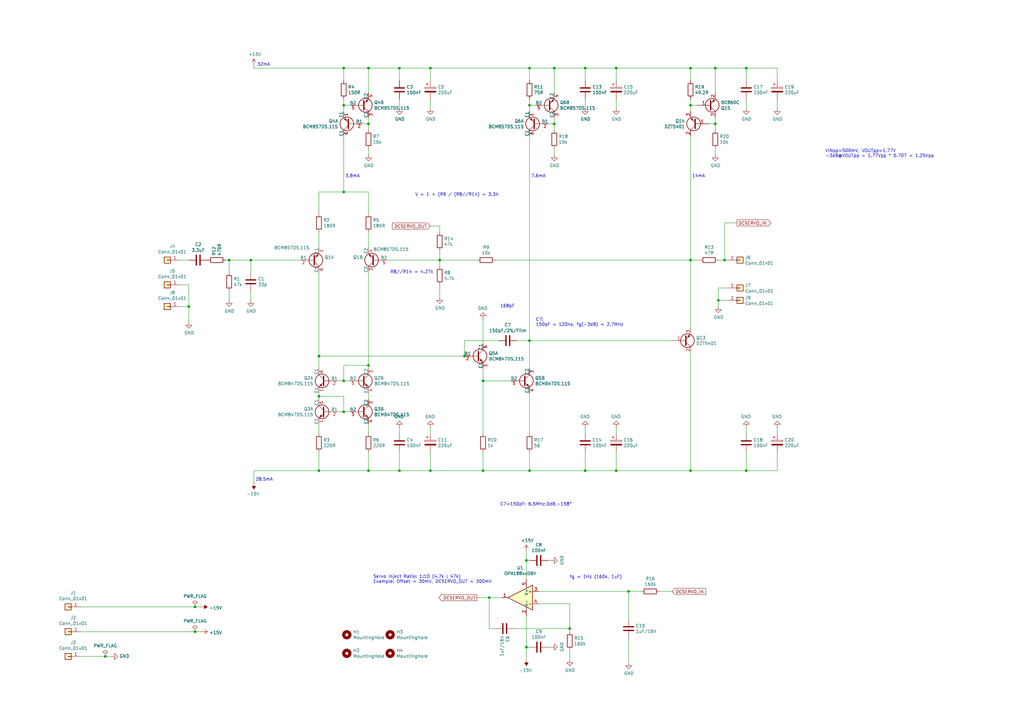
<source format=kicad_sch>
(kicad_sch (version 20211123) (generator eeschema)
  (paper "A3")
  (title_block (title "Discrete Pre-Amp") (date "2022-12-29") (rev "V8 Servo"))
  (lib_symbols
    (symbol "Amplifier_Operational:OPA188xxDBV" (pin_names (offset 0.127))
      (property "Reference" "U" (at 0 5.08 0))
      (property "Value" "OPA188xxDBV" (at 0 -5.08 0))
      (symbol "OPA188xxDBV_0_1"
        (polyline (pts (xy -5.08 5.08) (xy 5.08 0) (xy -5.08 -5.08) (xy -5.08 5.08)) (stroke (width 0.254)) (fill (type background)))
        (pin power_in line (at -2.54 -7.62 90) (length 3.81) (name "V-") (number "2"))
        (pin power_in line (at -2.54 7.62 270) (length 3.81) (name "V+") (number "5"))
      )
      (symbol "OPA188xxDBV_1_1"
        (pin output line (at 7.62 0 180) (length 2.54) (name "~") (number "1"))
        (pin input line (at -7.62 2.54 0) (length 2.54) (name "+") (number "3"))
        (pin input line (at -7.62 -2.54 0) (length 2.54) (name "-") (number "4"))
      )
    )
    (symbol "Connector_Generic:Conn_01x01" (pin_names (offset 1.016) hide)
      (property "Reference" "J" (at 0 2.54 0))
      (property "Value" "Conn_01x01" (at 0 -2.54 0))
      (symbol "Conn_01x01_1_1"
        (rectangle (start -1.27 0.127) (end 0 -0.127) (stroke (width 0.1524)))
        (rectangle (start -1.27 1.27) (end 1.27 -1.27) (stroke (width 0.254)) (fill (type background)))
        (pin passive line (at -5.08 0 0) (length 3.81) (name "Pin_1") (number "1"))
      )
    )
    (symbol "Device:C" (pin_numbers hide) (pin_names (offset 0.254))
      (property "Reference" "C" (at 0.635 2.54 0))
      (property "Value" "C" (at 0.635 -2.54 0))
      (symbol "C_0_1"
        (polyline (pts (xy -2.032 -0.762) (xy 2.032 -0.762)) (stroke (width 0.508)))
        (polyline (pts (xy -2.032 0.762) (xy 2.032 0.762)) (stroke (width 0.508)))
      )
      (symbol "C_1_1"
        (pin passive line (at 0 3.81 270) (length 2.794) (name "~") (number "1"))
        (pin passive line (at 0 -3.81 90) (length 2.794) (name "~") (number "2"))
      )
    )
    (symbol "Device:C_Polarized" (pin_numbers hide) (pin_names (offset 0.254))
      (property "Reference" "C" (at 0.635 2.54 0))
      (property "Value" "C_Polarized" (at 0.635 -2.54 0))
      (symbol "C_Polarized_0_1"
        (rectangle (start -2.286 0.508) (end 2.286 1.016))
        (polyline (pts (xy -1.778 2.286) (xy -0.762 2.286)))
        (polyline (pts (xy -1.27 2.794) (xy -1.27 1.778)))
        (rectangle (start 2.286 -0.508) (end -2.286 -1.016) (fill (type outline)))
      )
      (symbol "C_Polarized_1_1"
        (pin passive line (at 0 3.81 270) (length 2.794) (name "~") (number "1"))
        (pin passive line (at 0 -3.81 90) (length 2.794) (name "~") (number "2"))
      )
    )
    (symbol "Device:R" (pin_numbers hide) (pin_names (offset 0))
      (property "Reference" "R" (at 2.032 0 90))
      (property "Value" "R" (at 0 0 90))
      (symbol "R_0_1"
        (rectangle (start -1.016 -2.54) (end 1.016 2.54) (stroke (width 0.254)))
      )
      (symbol "R_1_1"
        (pin passive line (at 0 3.81 270) (length 1.27) (name "~") (number "1"))
        (pin passive line (at 0 -3.81 90) (length 1.27) (name "~") (number "2"))
      )
    )
    (symbol "Mechanical:MountingHole" (pin_names (offset 1.016))
      (property "Reference" "H" (at 0 5.08 0))
      (property "Value" "MountingHole" (at 0 3.175 0))
      (symbol "MountingHole_0_1"
        (circle (center 0 0) (radius 1.27) (stroke (width 1.27)))
      )
    )
    (symbol "Transistor_BJT:BC860" (pin_names (offset 0) hide)
      (property "Reference" "Q" (at 5.08 1.905 0))
      (property "Value" "BC860" (at 5.08 0 0))
      (symbol "BC860_0_1"
        (polyline (pts (xy 0.635 0.635) (xy 2.54 2.54)))
        (polyline (pts (xy 0.635 -0.635) (xy 2.54 -2.54) (xy 2.54 -2.54)))
        (polyline (pts (xy 0.635 1.905) (xy 0.635 -1.905) (xy 0.635 -1.905)) (stroke (width 0.508)))
        (polyline (pts (xy 2.286 -1.778) (xy 1.778 -2.286) (xy 1.27 -1.27) (xy 2.286 -1.778) (xy 2.286 -1.778)) (fill (type outline)))
        (circle (center 1.27 0) (radius 2.8194) (stroke (width 0.254)))
      )
      (symbol "BC860_1_1"
        (pin input line (at -5.08 0 0) (length 5.715) (name "B") (number "1"))
        (pin passive line (at 2.54 -5.08 90) (length 2.54) (name "E") (number "2"))
        (pin passive line (at 2.54 5.08 270) (length 2.54) (name "C") (number "3"))
      )
    )
    (symbol "kicad-snk:BCM847DS,115" (pin_names (offset 0))
      (property "Reference" "Q" (at 5.08 1.27 0))
      (property "Value" "BCM847DS,115" (at 5.08 -1.27 0))
      (symbol "BCM847DS,115_0_1"
        (polyline (pts (xy 0.635 0) (xy -2.54 0)))
        (polyline (pts (xy 0.635 0.635) (xy 2.54 2.54)))
        (polyline (pts (xy 0.635 -0.635) (xy 2.54 -2.54) (xy 2.54 -2.54)))
        (polyline (pts (xy 0.635 1.905) (xy 0.635 -1.905) (xy 0.635 -1.905)) (stroke (width 0.508)))
        (polyline (pts (xy 1.27 -1.778) (xy 1.778 -1.27) (xy 2.286 -2.286) (xy 1.27 -1.778) (xy 1.27 -1.778)) (fill (type outline)))
        (circle (center 1.27 0) (radius 2.8194) (stroke (width 0.254)))
      )
      (symbol "BCM847DS,115_1_1"
        (pin passive line (at 2.54 -5.08 90) (length 2.54) (name "E1") (number "1"))
        (pin input line (at -5.08 0 0) (length 2.54) (name "B1") (number "2"))
        (pin passive line (at 2.54 5.08 270) (length 2.54) (name "C1") (number "6"))
      )
      (symbol "BCM847DS,115_2_1"
        (pin passive line (at 2.54 5.08 270) (length 2.54) (name "C2") (number "3"))
        (pin passive line (at 2.54 -5.08 90) (length 2.54) (name "E2") (number "4"))
        (pin input line (at -5.08 0 0) (length 2.54) (name "B2") (number "5"))
      )
    )
    (symbol "kicad-snk:BCM857DS,115" (pin_names (offset 0))
      (property "Reference" "Q" (at 5.08 1.27 0))
      (property "Value" "BCM857DS,115" (at 5.08 -1.27 0))
      (symbol "BCM857DS,115_0_1"
        (polyline (pts (xy 0.635 0) (xy -2.54 0)))
        (polyline (pts (xy 0.635 0.635) (xy 2.54 2.54)))
        (polyline (pts (xy 0.635 -0.635) (xy 2.54 -2.54) (xy 2.54 -2.54)))
        (polyline (pts (xy 0.635 1.905) (xy 0.635 -1.905) (xy 0.635 -1.905)) (stroke (width 0.508)))
        (polyline (pts (xy 2.286 -1.778) (xy 1.778 -2.286) (xy 1.27 -1.27) (xy 2.286 -1.778) (xy 2.286 -1.778)) (fill (type outline)))
        (circle (center 1.27 0) (radius 2.8194) (stroke (width 0.254)))
      )
      (symbol "BCM857DS,115_1_1"
        (pin passive line (at 2.54 -5.08 90) (length 2.54) (name "E1") (number "1"))
        (pin input line (at -5.08 0 0) (length 2.54) (name "B1") (number "2"))
        (pin passive line (at 2.54 5.08 270) (length 2.54) (name "C1") (number "6"))
      )
      (symbol "BCM857DS,115_2_1"
        (pin passive line (at 2.54 5.08 270) (length 2.54) (name "C2") (number "3"))
        (pin passive line (at 2.54 -5.08 90) (length 2.54) (name "E2") (number "4"))
        (pin input line (at -5.08 0 0) (length 2.54) (name "B2") (number "5"))
      )
    )
    (symbol "kicad-snk:DZT5401" (pin_names (offset 0) hide)
      (property "Reference" "Q" (at 5.08 1.905 0))
      (property "Value" "kicad-snk_DZT5401" (at 5.08 0 0))
      (symbol "DZT5401_0_1"
        (polyline (pts (xy 0.635 0.635) (xy 2.54 2.54)))
        (polyline (pts (xy 0.635 -0.635) (xy 2.54 -2.54) (xy 2.54 -2.54)))
        (polyline (pts (xy 0.635 1.905) (xy 0.635 -1.905) (xy 0.635 -1.905)) (stroke (width 0.508)))
        (polyline (pts (xy 2.286 -1.778) (xy 1.778 -2.286) (xy 1.27 -1.27) (xy 2.286 -1.778) (xy 2.286 -1.778)) (fill (type outline)))
        (circle (center 1.27 0) (radius 2.8194) (stroke (width 0.254)))
      )
      (symbol "DZT5401_1_1"
        (pin input line (at -5.08 0 0) (length 5.715) (name "B") (number "1"))
        (pin passive line (at 2.54 5.08 270) (length 2.54) (name "C") (number "2"))
        (pin passive line (at 2.54 -5.08 90) (length 2.54) (name "E") (number "3"))
      )
    )
    (symbol "power:+15V" (power) (pin_names (offset 0))
      (property "Value" "+15V" (at 0 3.556 0))
      (symbol "+15V_0_1"
        (polyline (pts (xy -0.762 1.27) (xy 0 2.54)))
        (polyline (pts (xy 0 0) (xy 0 2.54)))
        (polyline (pts (xy 0 2.54) (xy 0.762 1.27)))
      )
      (symbol "+15V_1_1"
        (pin power_in line (at 0 0 90) (length 0) hide (name "+15V") (number "1"))
      )
    )
    (symbol "power:-15V" (power) (pin_names (offset 0))
      (property "Value" "-15V" (at 0 3.81 0))
      (symbol "-15V_0_0"
        (pin power_in line (at 0 0 90) (length 0) hide (name "-15V") (number "1"))
      )
      (symbol "-15V_0_1"
        (polyline (pts (xy 0 0) (xy 0 1.27) (xy 0.762 1.27) (xy 0 2.54) (xy -0.762 1.27) (xy 0 1.27)) (fill (type outline)))
      )
    )
    (symbol "power:GND" (power) (pin_names (offset 0))
      (property "Value" "GND" (at 0 -3.81 0))
      (symbol "GND_0_1"
        (polyline (pts (xy 0 0) (xy 0 -1.27) (xy 1.27 -1.27) (xy 0 -2.54) (xy -1.27 -1.27) (xy 0 -1.27)))
      )
      (symbol "GND_1_1"
        (pin power_in line (at 0 0 270) (length 0) hide (name "GND") (number "1"))
      )
    )
    (symbol "power:PWR_FLAG" (power) (pin_numbers hide) (pin_names (offset 0) hide)
      (property "Value" "PWR_FLAG" (at 0 3.81 0))
      (symbol "PWR_FLAG_0_0"
        (pin power_out line (at 0 0 90) (length 0) (name "pwr") (number "1"))
      )
      (symbol "PWR_FLAG_0_1"
        (polyline (pts (xy 0 0) (xy 0 1.27) (xy -1.016 1.905) (xy 0 2.54) (xy 1.016 1.905) (xy 0 1.27)))
      )
    )
  )
  (junction (at 140.97 43.18))
  (junction (at 163.83 193.04))
  (junction (at 140.97 168.91))
  (junction (at 80.01 248.92))
  (junction (at 140.97 156.21))
  (junction (at 227.33 27.94))
  (junction (at 151.13 149.86))
  (junction (at 80.01 259.08))
  (junction (at 294.64 123.19))
  (junction (at 227.33 50.8))
  (junction (at 293.37 50.8))
  (junction (at 102.87 106.68))
  (junction (at 130.81 162.56))
  (junction (at 93.98 106.68))
  (junction (at 198.12 156.21))
  (junction (at 297.18 106.68))
  (junction (at 140.97 27.94))
  (junction (at 176.53 27.94))
  (junction (at 283.21 106.68))
  (junction (at 217.17 193.04))
  (junction (at 198.12 193.04))
  (junction (at 240.03 193.04))
  (junction (at 293.37 27.94))
  (junction (at 151.13 193.04))
  (junction (at 217.17 139.7))
  (junction (at 163.83 27.94))
  (junction (at 252.73 193.04))
  (junction (at 240.03 27.94))
  (junction (at 215.9 265.43))
  (junction (at 130.81 193.04))
  (junction (at 215.9 229.87))
  (junction (at 77.47 125.73))
  (junction (at 233.68 257.81))
  (junction (at 151.13 27.94))
  (junction (at 283.21 27.94))
  (junction (at 190.5 146.05))
  (junction (at 140.97 78.74))
  (junction (at 130.81 146.05))
  (junction (at 43.18 269.24))
  (junction (at 151.13 50.8))
  (junction (at 257.81 242.57))
  (junction (at 217.17 27.94))
  (junction (at 200.66 245.11))
  (junction (at 306.07 193.04))
  (junction (at 176.53 193.04))
  (junction (at 217.17 43.18))
  (junction (at 252.73 27.94))
  (junction (at 306.07 27.94))
  (junction (at 283.21 193.04))
  (junction (at 283.21 43.18))
  (junction (at 180.34 106.68))
  (wire (pts (xy 298.45 106.68) (xy 297.18 106.68)))
  (wire (pts (xy 33.02 259.08) (xy 80.01 259.08)))
  (wire (pts (xy 190.5 139.7) (xy 204.47 139.7)))
  (wire (pts (xy 77.47 116.84) (xy 77.47 125.73)))
  (wire (pts (xy 302.26 91.44) (xy 297.18 91.44)))
  (wire (pts (xy 212.09 139.7) (xy 217.17 139.7)))
  (wire (pts (xy 233.68 266.7) (xy 233.68 270.51)))
  (wire (pts (xy 252.73 177.8) (xy 252.73 175.26)))
  (wire (pts (xy 180.34 106.68) (xy 195.58 106.68)))
  (wire (pts (xy 203.2 257.81) (xy 200.66 257.81)))
  (wire (pts (xy 217.17 185.42) (xy 217.17 193.04)))
  (wire (pts (xy 163.83 27.94) (xy 176.53 27.94)))
  (wire (pts (xy 176.53 40.64) (xy 176.53 44.45)))
  (wire (pts (xy 130.81 193.04) (xy 130.81 185.42)))
  (wire (pts (xy 130.81 146.05) (xy 130.81 151.13)))
  (wire (pts (xy 283.21 55.88) (xy 283.21 106.68)))
  (wire (pts (xy 298.45 118.11) (xy 294.64 118.11)))
  (wire (pts (xy 227.33 60.96) (xy 227.33 63.5)))
  (wire (pts (xy 198.12 151.13) (xy 198.12 156.21)))
  (wire (pts (xy 104.14 27.94) (xy 140.97 27.94)))
  (wire (pts (xy 240.03 193.04) (xy 240.03 185.42)))
  (wire (pts (xy 227.33 27.94) (xy 240.03 27.94)))
  (wire (pts (xy 73.66 125.73) (xy 77.47 125.73)))
  (wire (pts (xy 217.17 229.87) (xy 215.9 229.87)))
  (wire (pts (xy 233.68 259.08) (xy 233.68 257.81)))
  (wire (pts (xy 195.58 245.11) (xy 200.66 245.11)))
  (wire (pts (xy 217.17 27.94) (xy 217.17 33.02)))
  (wire (pts (xy 217.17 43.18) (xy 219.71 43.18)))
  (wire (pts (xy 252.73 33.02) (xy 252.73 27.94)))
  (wire (pts (xy 151.13 193.04) (xy 130.81 193.04)))
  (wire (pts (xy 140.97 78.74) (xy 130.81 78.74)))
  (wire (pts (xy 217.17 27.94) (xy 227.33 27.94)))
  (wire (pts (xy 293.37 27.94) (xy 293.37 38.1)))
  (wire (pts (xy 138.43 168.91) (xy 140.97 168.91)))
  (wire (pts (xy 198.12 193.04) (xy 217.17 193.04)))
  (wire (pts (xy 151.13 78.74) (xy 140.97 78.74)))
  (wire (pts (xy 270.51 242.57) (xy 275.59 242.57)))
  (wire (pts (xy 240.03 27.94) (xy 252.73 27.94)))
  (wire (pts (xy 130.81 177.8) (xy 130.81 173.99)))
  (wire (pts (xy 220.98 242.57) (xy 257.81 242.57)))
  (wire (pts (xy 293.37 27.94) (xy 306.07 27.94)))
  (wire (pts (xy 140.97 27.94) (xy 151.13 27.94)))
  (wire (pts (xy 138.43 156.21) (xy 140.97 156.21)))
  (wire (pts (xy 151.13 27.94) (xy 151.13 38.1)))
  (wire (pts (xy 210.82 257.81) (xy 233.68 257.81)))
  (wire (pts (xy 240.03 177.8) (xy 240.03 175.26)))
  (wire (pts (xy 140.97 156.21) (xy 143.51 156.21)))
  (wire (pts (xy 104.14 198.12) (xy 104.14 193.04)))
  (wire (pts (xy 102.87 111.76) (xy 102.87 106.68)))
  (wire (pts (xy 293.37 60.96) (xy 293.37 63.5)))
  (wire (pts (xy 140.97 43.18) (xy 140.97 45.72)))
  (wire (pts (xy 73.66 106.68) (xy 77.47 106.68)))
  (wire (pts (xy 151.13 87.63) (xy 151.13 78.74)))
  (wire (pts (xy 290.83 50.8) (xy 293.37 50.8)))
  (wire (pts (xy 283.21 27.94) (xy 283.21 33.02)))
  (wire (pts (xy 158.75 106.68) (xy 180.34 106.68)))
  (wire (pts (xy 77.47 116.84) (xy 73.66 116.84)))
  (wire (pts (xy 140.97 43.18) (xy 143.51 43.18)))
  (wire (pts (xy 151.13 161.29) (xy 151.13 163.83)))
  (wire (pts (xy 163.83 193.04) (xy 176.53 193.04)))
  (wire (pts (xy 227.33 48.26) (xy 227.33 50.8)))
  (wire (pts (xy 306.07 177.8) (xy 306.07 175.26)))
  (wire (pts (xy 217.17 193.04) (xy 240.03 193.04)))
  (wire (pts (xy 130.81 162.56) (xy 140.97 162.56)))
  (wire (pts (xy 306.07 193.04) (xy 306.07 185.42)))
  (wire (pts (xy 209.55 156.21) (xy 198.12 156.21)))
  (wire (pts (xy 151.13 27.94) (xy 163.83 27.94)))
  (wire (pts (xy 217.17 151.13) (xy 217.17 139.7)))
  (wire (pts (xy 198.12 140.97) (xy 198.12 130.81)))
  (wire (pts (xy 176.53 193.04) (xy 176.53 185.42)))
  (wire (pts (xy 283.21 106.68) (xy 283.21 134.62)))
  (wire (pts (xy 215.9 265.43) (xy 215.9 270.51)))
  (wire (pts (xy 93.98 123.19) (xy 93.98 119.38)))
  (wire (pts (xy 151.13 149.86) (xy 151.13 151.13)))
  (wire (pts (xy 318.77 177.8) (xy 318.77 175.26)))
  (wire (pts (xy 318.77 40.64) (xy 318.77 44.45)))
  (wire (pts (xy 200.66 257.81) (xy 200.66 245.11)))
  (wire (pts (xy 151.13 193.04) (xy 163.83 193.04)))
  (wire (pts (xy 297.18 91.44) (xy 297.18 106.68)))
  (wire (pts (xy 227.33 50.8) (xy 227.33 53.34)))
  (wire (pts (xy 180.34 109.22) (xy 180.34 106.68)))
  (wire (pts (xy 163.83 33.02) (xy 163.83 27.94)))
  (wire (pts (xy 93.98 106.68) (xy 102.87 106.68)))
  (wire (pts (xy 130.81 78.74) (xy 130.81 87.63)))
  (wire (pts (xy 224.79 50.8) (xy 227.33 50.8)))
  (wire (pts (xy 283.21 193.04) (xy 306.07 193.04)))
  (wire (pts (xy 217.17 139.7) (xy 275.59 139.7)))
  (wire (pts (xy 318.77 27.94) (xy 306.07 27.94)))
  (wire (pts (xy 215.9 252.73) (xy 215.9 265.43)))
  (wire (pts (xy 252.73 193.04) (xy 240.03 193.04)))
  (wire (pts (xy 163.83 177.8) (xy 163.83 175.26)))
  (wire (pts (xy 140.97 40.64) (xy 140.97 43.18)))
  (wire (pts (xy 226.06 265.43) (xy 224.79 265.43)))
  (wire (pts (xy 226.06 229.87) (xy 224.79 229.87)))
  (wire (pts (xy 102.87 106.68) (xy 123.19 106.68)))
  (wire (pts (xy 240.03 33.02) (xy 240.03 27.94)))
  (wire (pts (xy 151.13 111.76) (xy 151.13 149.86)))
  (wire (pts (xy 217.17 43.18) (xy 217.17 45.72)))
  (wire (pts (xy 180.34 95.25) (xy 180.34 92.71)))
  (wire (pts (xy 217.17 161.29) (xy 217.17 177.8)))
  (wire (pts (xy 306.07 33.02) (xy 306.07 27.94)))
  (wire (pts (xy 252.73 40.64) (xy 252.73 44.45)))
  (wire (pts (xy 287.02 106.68) (xy 283.21 106.68)))
  (wire (pts (xy 293.37 48.26) (xy 293.37 50.8)))
  (wire (pts (xy 198.12 156.21) (xy 198.12 177.8)))
  (wire (pts (xy 180.34 116.84) (xy 180.34 121.92)))
  (wire (pts (xy 318.77 33.02) (xy 318.77 27.94)))
  (wire (pts (xy 176.53 27.94) (xy 217.17 27.94)))
  (wire (pts (xy 198.12 185.42) (xy 198.12 193.04)))
  (wire (pts (xy 293.37 50.8) (xy 293.37 53.34)))
  (wire (pts (xy 140.97 162.56) (xy 140.97 168.91)))
  (wire (pts (xy 252.73 193.04) (xy 252.73 185.42)))
  (wire (pts (xy 298.45 123.19) (xy 294.64 123.19)))
  (wire (pts (xy 180.34 102.87) (xy 180.34 106.68)))
  (wire (pts (xy 140.97 27.94) (xy 140.97 33.02)))
  (wire (pts (xy 283.21 40.64) (xy 283.21 43.18)))
  (wire (pts (xy 163.83 193.04) (xy 163.83 185.42)))
  (wire (pts (xy 180.34 92.71) (xy 176.53 92.71)))
  (wire (pts (xy 43.18 269.24) (xy 45.72 269.24)))
  (wire (pts (xy 283.21 144.78) (xy 283.21 193.04)))
  (wire (pts (xy 151.13 101.6) (xy 151.13 95.25)))
  (wire (pts (xy 102.87 123.19) (xy 102.87 119.38)))
  (wire (pts (xy 77.47 125.73) (xy 77.47 132.08)))
  (wire (pts (xy 130.81 101.6) (xy 130.81 95.25)))
  (wire (pts (xy 151.13 185.42) (xy 151.13 193.04)))
  (wire (pts (xy 318.77 193.04) (xy 306.07 193.04)))
  (wire (pts (xy 176.53 177.8) (xy 176.53 175.26)))
  (wire (pts (xy 233.68 257.81) (xy 233.68 247.65)))
  (wire (pts (xy 318.77 193.04) (xy 318.77 185.42)))
  (wire (pts (xy 104.14 27.94) (xy 104.14 26.67)))
  (wire (pts (xy 130.81 111.76) (xy 130.81 146.05)))
  (wire (pts (xy 151.13 50.8) (xy 151.13 53.34)))
  (wire (pts (xy 130.81 162.56) (xy 130.81 163.83)))
  (wire (pts (xy 217.17 55.88) (xy 217.17 139.7)))
  (wire (pts (xy 80.01 259.08) (xy 82.55 259.08)))
  (wire (pts (xy 252.73 27.94) (xy 283.21 27.94)))
  (wire (pts (xy 257.81 254) (xy 257.81 242.57)))
  (wire (pts (xy 306.07 44.45) (xy 306.07 40.64)))
  (wire (pts (xy 215.9 226.06) (xy 215.9 229.87)))
  (wire (pts (xy 93.98 111.76) (xy 93.98 106.68)))
  (wire (pts (xy 130.81 146.05) (xy 190.5 146.05)))
  (wire (pts (xy 33.02 269.24) (xy 43.18 269.24)))
  (wire (pts (xy 130.81 161.29) (xy 130.81 162.56)))
  (wire (pts (xy 233.68 247.65) (xy 220.98 247.65)))
  (wire (pts (xy 283.21 27.94) (xy 293.37 27.94)))
  (wire (pts (xy 163.83 44.45) (xy 163.83 40.64)))
  (wire (pts (xy 217.17 265.43) (xy 215.9 265.43)))
  (wire (pts (xy 203.2 106.68) (xy 283.21 106.68)))
  (wire (pts (xy 190.5 139.7) (xy 190.5 146.05)))
  (wire (pts (xy 257.81 242.57) (xy 262.89 242.57)))
  (wire (pts (xy 294.64 118.11) (xy 294.64 123.19)))
  (wire (pts (xy 151.13 48.26) (xy 151.13 50.8)))
  (wire (pts (xy 140.97 55.88) (xy 140.97 78.74)))
  (wire (pts (xy 252.73 193.04) (xy 283.21 193.04)))
  (wire (pts (xy 217.17 40.64) (xy 217.17 43.18)))
  (wire (pts (xy 140.97 156.21) (xy 140.97 149.86)))
  (wire (pts (xy 151.13 177.8) (xy 151.13 173.99)))
  (wire (pts (xy 227.33 27.94) (xy 227.33 38.1)))
  (wire (pts (xy 215.9 229.87) (xy 215.9 237.49)))
  (wire (pts (xy 33.02 248.92) (xy 80.01 248.92)))
  (wire (pts (xy 140.97 149.86) (xy 151.13 149.86)))
  (wire (pts (xy 176.53 193.04) (xy 198.12 193.04)))
  (wire (pts (xy 283.21 43.18) (xy 283.21 45.72)))
  (wire (pts (xy 240.03 44.45) (xy 240.03 40.64)))
  (wire (pts (xy 140.97 168.91) (xy 143.51 168.91)))
  (wire (pts (xy 297.18 106.68) (xy 294.64 106.68)))
  (wire (pts (xy 294.64 123.19) (xy 294.64 125.73)))
  (wire (pts (xy 200.66 245.11) (xy 205.74 245.11)))
  (wire (pts (xy 283.21 43.18) (xy 285.75 43.18)))
  (wire (pts (xy 80.01 248.92) (xy 82.55 248.92)))
  (wire (pts (xy 92.71 106.68) (xy 93.98 106.68)))
  (wire (pts (xy 176.53 33.02) (xy 176.53 27.94)))
  (wire (pts (xy 104.14 193.04) (xy 130.81 193.04)))
  (wire (pts (xy 257.81 271.78) (xy 257.81 261.62)))
  (wire (pts (xy 151.13 60.96) (xy 151.13 63.5)))
  (wire (pts (xy 148.59 50.8) (xy 151.13 50.8)))
  (text "V = 1 + (R9 / (R8//R14) = 3.34" (at 170.18 80.645 0) (effects (font (size 1.27 1.27)) (justify left bottom)))
  (text "C7:\n150pF = 120ns, fg(-3dB) = 2.7MHz\n" (at 219.71 133.985 0) (effects (font (size 1.27 1.27)) (justify left bottom)))
  (text "168pF" (at 205.105 126.365 0) (effects (font (size 1.27 1.27)) (justify left bottom)))
  (text "32mA" (at 105.41 27.305 0) (effects (font (size 1.27 1.27)) (justify left bottom)))
  (text "R8//R14 = 4.27k" (at 160.02 112.395 0) (effects (font (size 1.27 1.27)) (justify left bottom)))
  (text "3.8mA" (at 141.605 73.025 0) (effects (font (size 1.27 1.27)) (justify left bottom)))
  (text "Servo Inject Ratio: 1:10 (4.7k : 47k)\nExample: Offset = 30mV, DCSERVO_OUT = 300mV" (at 153.035 239.395 0) (effects (font (size 1.27 1.27)) (justify left bottom)))
  (text "14mA" (at 283.845 73.025 0) (effects (font (size 1.27 1.27)) (justify left bottom)))
  (text "28.5mA" (at 104.775 197.485 0) (effects (font (size 1.27 1.27)) (justify left bottom)))
  (text "fg = 1Hz (160k, 1uF)" (at 233.68 237.49 0) (effects (font (size 1.27 1.27)) (justify left bottom)))
  (text "VINpp=500mV, VOUTpp=1.77V\n-3dB@VOUTpp = 1.77Vpp * 0.707 = 1.25Vpp" (at 338.455 64.77 0) (effects (font (size 1.27 1.27)) (justify left bottom)))
  (text "C7=150pF: 6.5MHz,0dB,-158°" (at 205.105 207.645 0) (effects (font (size 1.27 1.27)) (justify left bottom)))
  (text "7.6mA" (at 217.805 73.025 0) (effects (font (size 1.27 1.27)) (justify left bottom)))
  (global_label "DCSERVO_IN" (shape output) (at 302.26 91.44 0) (property "Intersheet References" "${INTERSHEET_REFS}" (effects hide)))
  (global_label "DCSERVO_IN" (shape input) (at 275.59 242.57 0) (property "Intersheet References" "${INTERSHEET_REFS}" (effects hide)))
  (global_label "DCSERVO_OUT" (shape output) (at 195.58 245.11 180) (property "Intersheet References" "${INTERSHEET_REFS}" (effects hide)))
  (global_label "DCSERVO_OUT" (shape input) (at 176.53 92.71 180) (property "Intersheet References" "${INTERSHEET_REFS}" (effects hide)))
  (symbol (lib_id "Device:R") (at 151.13 181.61 0) (unit 1)
    (property "Reference" "R6" (at 152.908 180.4416 0) (effects (justify left)))
    (property "Value" "220R" (at 152.908 182.753 0) (effects (justify left)))
    (property "Footprint" "Resistor_SMD:R_0805_2012Metric_Pad1.20x1.40mm_HandSolder" (effects hide))
  )
  (symbol (lib_id "Device:C") (at 81.28 106.68 270) (unit 1)
    (property "Reference" "C2" (at 81.28 100.2792 90))
    (property "Value" "3.3uF" (at 81.28 102.5906 90))
    (property "Footprint" "Capacitor_THT:C_Rect_L7.2mm_W7.2mm_P5.00mm_FKS2_FKP2_MKS2_MKP2" (effects hide))
  )
  (symbol (lib_id "power:GND") (at 93.98 123.19 0) (unit 1)
    (property "Reference" "#PWR09" (effects hide))
    (property "Value" "GND" (at 94.107 127.5842 0))
  )
  (symbol (lib_id "Device:R") (at 130.81 181.61 0) (unit 1)
    (property "Reference" "R3" (at 132.588 180.4416 0) (effects (justify left)))
    (property "Value" "220R" (at 132.588 182.753 0) (effects (justify left)))
    (property "Footprint" "Resistor_SMD:R_0805_2012Metric_Pad1.20x1.40mm_HandSolder" (effects hide))
  )
  (symbol (lib_id "Device:R") (at 93.98 115.57 0) (unit 1)
    (property "Reference" "R1" (at 95.758 114.4016 0) (effects (justify left)))
    (property "Value" "47k" (at 95.758 116.713 0) (effects (justify left)))
    (property "Footprint" "Resistor_SMD:R_0805_2012Metric_Pad1.20x1.40mm_HandSolder" (effects hide))
  )
  (symbol (lib_id "Device:R") (at 180.34 113.03 0) (unit 1)
    (property "Reference" "R8" (at 182.118 111.8616 0) (effects (justify left)))
    (property "Value" "4.7k" (at 182.118 114.173 0) (effects (justify left)))
    (property "Footprint" "Resistor_SMD:R_0805_2012Metric_Pad1.20x1.40mm_HandSolder" (effects hide))
  )
  (symbol (lib_id "Device:R") (at 199.39 106.68 270) (unit 1)
    (property "Reference" "R9" (at 199.39 101.4222 90))
    (property "Value" "10k" (at 199.39 103.7336 90))
    (property "Footprint" "Resistor_SMD:R_0805_2012Metric_Pad1.20x1.40mm_HandSolder" (effects hide))
  )
  (symbol (lib_id "Device:R") (at 130.81 91.44 0) (unit 1)
    (property "Reference" "R2" (at 132.588 90.2716 0) (effects (justify left)))
    (property "Value" "180R" (at 132.588 92.583 0) (effects (justify left)))
    (property "Footprint" "Resistor_SMD:R_0805_2012Metric_Pad1.20x1.40mm_HandSolder" (effects hide))
  )
  (symbol (lib_id "Device:R") (at 151.13 91.44 0) (unit 1)
    (property "Reference" "R5" (at 152.908 90.2716 0) (effects (justify left)))
    (property "Value" "180R" (at 152.908 92.583 0) (effects (justify left)))
    (property "Footprint" "Resistor_SMD:R_0805_2012Metric_Pad1.20x1.40mm_HandSolder" (effects hide))
  )
  (symbol (lib_id "Device:R") (at 217.17 36.83 0) (unit 1)
    (property "Reference" "R11" (at 218.948 35.6616 0) (effects (justify left)))
    (property "Value" "75R" (at 218.948 37.973 0) (effects (justify left)))
    (property "Footprint" "Resistor_SMD:R_0805_2012Metric_Pad1.20x1.40mm_HandSolder" (effects hide))
  )
  (symbol (lib_id "Device:R") (at 198.12 181.61 0) (unit 1)
    (property "Reference" "R10" (at 199.898 180.4416 0) (effects (justify left)))
    (property "Value" "1k" (at 199.898 182.753 0) (effects (justify left)))
    (property "Footprint" "Resistor_SMD:R_0805_2012Metric_Pad1.20x1.40mm_HandSolder" (effects hide))
  )
  (symbol (lib_id "power:GND") (at 180.34 121.92 0) (unit 1)
    (property "Reference" "#PWR013" (effects hide))
    (property "Value" "GND" (at 180.467 126.3142 0))
  )
  (symbol (lib_id "Device:C") (at 208.28 139.7 270) (unit 1)
    (property "Reference" "C7" (at 208.28 133.2992 90))
    (property "Value" "150pF/2%/Film" (at 208.28 135.6106 90))
    (property "Footprint" "Capacitor_SMD:C_0805_2012Metric_Pad1.18x1.45mm_HandSolder" (effects hide))
  )
  (symbol (lib_id "power:GND") (at 198.12 130.81 180) (unit 1)
    (property "Reference" "#PWR014" (effects hide))
    (property "Value" "GND" (at 197.993 126.4158 0))
  )
  (symbol (lib_id "power:GND") (at 77.47 132.08 0) (unit 1)
    (property "Reference" "#PWR04" (effects hide))
    (property "Value" "GND" (at 77.597 136.4742 0))
  )
  (symbol (lib_id "Mechanical:MountingHole") (at 142.24 260.35 0) (unit 1)
    (property "Reference" "H1" (at 144.78 259.1816 0) (effects (justify left)))
    (property "Value" "MountingHole" (at 144.78 261.493 0) (effects (justify left)))
    (property "Footprint" "MountingHole:MountingHole_3.2mm_M3" (effects hide))
  )
  (symbol (lib_id "Mechanical:MountingHole") (at 160.02 260.35 0) (unit 1)
    (property "Reference" "H3" (at 162.56 259.1816 0) (effects (justify left)))
    (property "Value" "MountingHole" (at 162.56 261.493 0) (effects (justify left)))
    (property "Footprint" "MountingHole:MountingHole_3.2mm_M3" (effects hide))
  )
  (symbol (lib_id "Mechanical:MountingHole") (at 142.24 267.97 0) (unit 1)
    (property "Reference" "H2" (at 144.78 266.8016 0) (effects (justify left)))
    (property "Value" "MountingHole" (at 144.78 269.113 0) (effects (justify left)))
    (property "Footprint" "MountingHole:MountingHole_3.2mm_M3" (effects hide))
  )
  (symbol (lib_id "Mechanical:MountingHole") (at 160.02 267.97 0) (unit 1)
    (property "Reference" "H4" (at 162.56 266.8016 0) (effects (justify left)))
    (property "Value" "MountingHole" (at 162.56 269.113 0) (effects (justify left)))
    (property "Footprint" "MountingHole:MountingHole_3.2mm_M3" (effects hide))
  )
  (symbol (lib_id "Connector_Generic:Conn_01x01") (at 68.58 106.68 180) (unit 1)
    (property "Reference" "J4" (at 70.6628 100.965 0))
    (property "Value" "Conn_01x01" (at 70.6628 103.2764 0))
    (property "Footprint" "Connector_Pin:Pin_D1.0mm_L10.0mm" (effects hide))
  )
  (symbol (lib_id "Connector_Generic:Conn_01x01") (at 68.58 116.84 180) (unit 1)
    (property "Reference" "J5" (at 70.6628 111.125 0))
    (property "Value" "Conn_01x01" (at 70.6628 113.4364 0))
    (property "Footprint" "Connector_Pin:Pin_D1.0mm_L10.0mm" (effects hide))
  )
  (symbol (lib_id "power:+15V") (at 104.14 26.67 0) (unit 1)
    (property "Reference" "#PWR05" (effects hide))
    (property "Value" "+15V" (at 104.521 22.2758 0))
  )
  (symbol (lib_id "power:-15V") (at 104.14 198.12 180) (unit 1)
    (property "Reference" "#PWR08" (effects hide))
    (property "Value" "-15V" (at 103.759 202.5142 0))
  )
  (symbol (lib_id "Connector_Generic:Conn_01x01") (at 303.53 106.68 0) (unit 1)
    (property "Reference" "J6" (at 305.562 105.6132 0) (effects (justify left)))
    (property "Value" "Conn_01x01" (at 305.562 107.9246 0) (effects (justify left)))
    (property "Footprint" "Connector_Pin:Pin_D1.0mm_L10.0mm" (effects hide))
  )
  (symbol (lib_id "Connector_Generic:Conn_01x01") (at 303.53 118.11 0) (unit 1)
    (property "Reference" "J7" (at 305.562 117.0432 0) (effects (justify left)))
    (property "Value" "Conn_01x01" (at 305.562 119.3546 0) (effects (justify left)))
    (property "Footprint" "Connector_Pin:Pin_D1.0mm_L10.0mm" (effects hide))
  )
  (symbol (lib_id "Device:R") (at 290.83 106.68 270) (unit 1)
    (property "Reference" "R13" (at 290.83 101.4222 90))
    (property "Value" "47R" (at 290.83 103.7336 90))
    (property "Footprint" "Resistor_SMD:R_0805_2012Metric_Pad1.20x1.40mm_HandSolder" (effects hide))
  )
  (symbol (lib_id "power:GND") (at 294.64 125.73 0) (unit 1)
    (property "Reference" "#PWR015" (effects hide))
    (property "Value" "GND" (at 294.767 130.1242 0))
  )
  (symbol (lib_id "Connector_Generic:Conn_01x01") (at 27.94 259.08 180) (unit 1)
    (property "Reference" "J2" (at 30.0228 253.365 0))
    (property "Value" "Conn_01x01" (at 30.0228 255.6764 0))
    (property "Footprint" "Connector_Pin:Pin_D1.0mm_L10.0mm" (effects hide))
  )
  (symbol (lib_id "Connector_Generic:Conn_01x01") (at 27.94 269.24 180) (unit 1)
    (property "Reference" "J3" (at 30.0228 263.525 0))
    (property "Value" "Conn_01x01" (at 30.0228 265.8364 0))
    (property "Footprint" "Connector_Pin:Pin_D1.0mm_L10.0mm" (effects hide))
  )
  (symbol (lib_id "Connector_Generic:Conn_01x01") (at 27.94 248.92 180) (unit 1)
    (property "Reference" "J1" (at 30.0228 243.205 0))
    (property "Value" "Conn_01x01" (at 30.0228 245.5164 0))
    (property "Footprint" "Connector_Pin:Pin_D1.0mm_L10.0mm" (effects hide))
  )
  (symbol (lib_id "power:GND") (at 45.72 269.24 90) (unit 1)
    (property "Reference" "#PWR0101" (effects hide))
    (property "Value" "GND" (at 48.9712 269.113 90) (effects (justify right)))
  )
  (symbol (lib_id "power:+15V") (at 82.55 259.08 270) (unit 1)
    (property "Reference" "#PWR0102" (effects hide))
    (property "Value" "+15V" (at 85.8012 259.461 90) (effects (justify left)))
  )
  (symbol (lib_id "power:-15V") (at 82.55 248.92 270) (unit 1)
    (property "Reference" "#PWR0103" (effects hide))
    (property "Value" "-15V" (at 85.8012 249.301 90) (effects (justify left)))
  )
  (symbol (lib_id "power:PWR_FLAG") (at 43.18 269.24 0) (unit 1)
    (property "Reference" "#FLG0101" (effects hide))
    (property "Value" "PWR_FLAG" (at 43.18 264.8458 0))
  )
  (symbol (lib_id "power:PWR_FLAG") (at 80.01 248.92 0) (unit 1)
    (property "Reference" "#FLG0102" (effects hide))
    (property "Value" "PWR_FLAG" (at 80.01 244.5258 0))
  )
  (symbol (lib_id "power:PWR_FLAG") (at 80.01 259.08 0) (unit 1)
    (property "Reference" "#FLG0103" (effects hide))
    (property "Value" "PWR_FLAG" (at 80.01 254.6858 0))
  )
  (symbol (lib_id "Device:R") (at 266.7 242.57 270) (unit 1)
    (property "Reference" "R16" (at 266.7 237.3122 90))
    (property "Value" "160k" (at 266.7 239.6236 90))
    (property "Footprint" "Resistor_SMD:R_0805_2012Metric_Pad1.20x1.40mm_HandSolder" (effects hide))
  )
  (symbol (lib_id "Device:C") (at 257.81 257.81 180) (unit 1)
    (property "Reference" "C10" (at 260.731 256.6416 0) (effects (justify right)))
    (property "Value" "1uF/16V" (at 260.731 258.953 0) (effects (justify right)))
    (property "Footprint" "Capacitor_SMD:C_1210_3225Metric_Pad1.33x2.70mm_HandSolder" (effects hide))
  )
  (symbol (lib_id "Device:R") (at 233.68 262.89 0) (unit 1)
    (property "Reference" "R15" (at 235.458 261.7216 0) (effects (justify left)))
    (property "Value" "160k" (at 235.458 264.033 0) (effects (justify left)))
    (property "Footprint" "Resistor_SMD:R_0805_2012Metric_Pad1.20x1.40mm_HandSolder" (effects hide))
  )
  (symbol (lib_id "Device:C") (at 207.01 257.81 90) (unit 1)
    (property "Reference" "C6" (at 208.1784 260.731 0) (effects (justify right)))
    (property "Value" "1uF/16V" (at 205.867 260.731 0) (effects (justify right)))
    (property "Footprint" "Capacitor_SMD:C_1210_3225Metric_Pad1.33x2.70mm_HandSolder" (effects hide))
  )
  (symbol (lib_id "Device:C") (at 220.98 229.87 270) (unit 1)
    (property "Reference" "C8" (at 220.98 223.4692 90))
    (property "Value" "100nF" (at 220.98 225.7806 90))
    (property "Footprint" "Capacitor_SMD:C_0603_1608Metric_Pad1.08x0.95mm_HandSolder" (effects hide))
  )
  (symbol (lib_id "power:+15V") (at 215.9 226.06 0) (unit 1)
    (property "Reference" "#PWR0104" (effects hide))
    (property "Value" "+15V" (at 216.281 221.6658 0))
  )
  (symbol (lib_id "power:-15V") (at 215.9 270.51 180) (unit 1)
    (property "Reference" "#PWR0105" (effects hide))
    (property "Value" "-15V" (at 215.519 274.9042 0))
  )
  (symbol (lib_id "Device:C") (at 220.98 265.43 270) (unit 1)
    (property "Reference" "C9" (at 220.98 259.0292 90))
    (property "Value" "100nF" (at 220.98 261.3406 90))
    (property "Footprint" "Capacitor_SMD:C_0603_1608Metric_Pad1.08x0.95mm_HandSolder" (effects hide))
  )
  (symbol (lib_id "power:GND") (at 226.06 265.43 90) (unit 1)
    (property "Reference" "#PWR0106" (effects hide))
    (property "Value" "GND" (at 230.4542 265.303 0))
  )
  (symbol (lib_id "power:GND") (at 233.68 270.51 0) (unit 1)
    (property "Reference" "#PWR0107" (effects hide))
    (property "Value" "GND" (at 233.807 274.9042 0))
  )
  (symbol (lib_id "power:GND") (at 257.81 271.78 0) (unit 1)
    (property "Reference" "#PWR0108" (effects hide))
    (property "Value" "GND" (at 257.937 276.1742 0))
  )
  (symbol (lib_id "Amplifier_Operational:OPA188xxDBV") (at 213.36 245.11 0) (mirror y) (unit 1)
    (property "Reference" "U1" (at 213.36 232.8926 0))
    (property "Value" "OPA188xxDBV" (at 213.36 235.204 0))
    (property "Footprint" "Package_TO_SOT_SMD:TSOT-23-5" (effects hide))
    (property "Datasheet" "http://www.ti.com/lit/ds/symlink/opa188.pdf" (effects hide))
  )
  (symbol (lib_id "power:GND") (at 226.06 229.87 90) (unit 1)
    (property "Reference" "#PWR0109" (effects hide))
    (property "Value" "GND" (at 230.4542 229.743 0))
  )
  (symbol (lib_id "Device:R") (at 180.34 99.06 0) (unit 1)
    (property "Reference" "R14" (at 182.118 97.8916 0) (effects (justify left)))
    (property "Value" "47k" (at 182.118 100.203 0) (effects (justify left)))
    (property "Footprint" "Resistor_SMD:R_0805_2012Metric_Pad1.20x1.40mm_HandSolder" (effects hide))
  )
  (symbol (lib_id "Device:R") (at 140.97 36.83 0) (unit 1)
    (property "Reference" "R4" (at 142.748 35.6616 0) (effects (justify left)))
    (property "Value" "150R" (at 142.748 37.973 0) (effects (justify left)))
    (property "Footprint" "Resistor_SMD:R_0805_2012Metric_Pad1.20x1.40mm_HandSolder" (effects hide))
  )
  (symbol (lib_id "Device:R") (at 151.13 57.15 0) (unit 1)
    (property "Reference" "R7" (at 152.908 55.9816 0) (effects (justify left)))
    (property "Value" "10k" (at 152.908 58.293 0) (effects (justify left)))
    (property "Footprint" "Resistor_SMD:R_0805_2012Metric_Pad1.20x1.40mm_HandSolder" (effects hide))
  )
  (symbol (lib_id "power:GND") (at 151.13 63.5 0) (unit 1)
    (property "Reference" "#PWR0110" (effects hide))
    (property "Value" "GND" (at 151.257 67.8942 0))
  )
  (symbol (lib_id "power:GND") (at 252.73 175.26 180) (unit 1)
    (property "Reference" "#PWR0116" (effects hide))
    (property "Value" "GND" (at 252.603 170.8658 0))
  )
  (symbol (lib_id "Device:C") (at 240.03 181.61 180) (unit 1)
    (property "Reference" "C14" (at 242.951 180.4416 0) (effects (justify right)))
    (property "Value" "100nF" (at 242.951 182.753 0) (effects (justify right)))
    (property "Footprint" "Capacitor_SMD:C_1210_3225Metric_Pad1.33x2.70mm_HandSolder" (effects hide))
  )
  (symbol (lib_id "Device:C") (at 163.83 181.61 180) (unit 1)
    (property "Reference" "C4" (at 166.751 180.4416 0) (effects (justify right)))
    (property "Value" "100nF" (at 166.751 182.753 0) (effects (justify right)))
    (property "Footprint" "Capacitor_SMD:C_1210_3225Metric_Pad1.33x2.70mm_HandSolder" (effects hide))
  )
  (symbol (lib_id "kicad-snk:DZT5401") (at 280.67 139.7 0) (mirror x) (unit 1)
    (property "Reference" "Q13" (at 285.496 138.5316 0) (effects (justify left)))
    (property "Value" "DZT5401" (at 285.496 140.843 0) (effects (justify left)))
    (property "Footprint" "Package_TO_SOT_SMD:SOT-223-3_TabPin2" (effects hide))
    (property "Datasheet" "https://www.diodes.com/assets/Datasheets/DZT5401.pdf" (effects hide))
  )
  (symbol (lib_id "power:GND") (at 163.83 44.45 0) (unit 1)
    (property "Reference" "#PWR0120" (effects hide))
    (property "Value" "GND" (at 163.957 48.8442 0))
  )
  (symbol (lib_id "kicad-snk:BCM857DS,115") (at 143.51 50.8 180) (unit 1)
    (property "Reference" "Q4" (at 138.6586 49.6316 0) (effects (justify left)))
    (property "Value" "BCM857DS,115" (at 138.6586 51.943 0) (effects (justify left)))
    (property "Footprint" "Package_SO:SC-74-6_1.5x2.9mm_P0.95mm" (effects hide))
    (property "Datasheet" "https://www.analog.com/media/en/technical-documentation/data-sheets/SSM2220.pdf" (effects hide))
  )
  (symbol (lib_id "Device:R") (at 88.9 106.68 90) (unit 1)
    (property "Reference" "R12" (at 87.7316 104.902 0) (effects (justify left)))
    (property "Value" "470R" (at 90.043 104.902 0) (effects (justify left)))
    (property "Footprint" "Resistor_SMD:R_0805_2012Metric_Pad1.20x1.40mm_HandSolder" (effects hide))
  )
  (symbol (lib_id "Device:C_Polarized") (at 318.77 36.83 0) (unit 1)
    (property "Reference" "C19" (at 321.7672 35.6616 0) (effects (justify left)))
    (property "Value" "220uF" (at 321.7672 37.973 0) (effects (justify left)))
    (property "Footprint" "Capacitor_THT:CP_Radial_D8.0mm_P3.50mm" (effects hide))
  )
  (symbol (lib_id "Device:C") (at 306.07 181.61 180) (unit 1)
    (property "Reference" "C18" (at 308.991 180.4416 0) (effects (justify right)))
    (property "Value" "100nF" (at 308.991 182.753 0) (effects (justify right)))
    (property "Footprint" "Capacitor_SMD:C_1210_3225Metric_Pad1.33x2.70mm_HandSolder" (effects hide))
  )
  (symbol (lib_id "power:GND") (at 227.33 63.5 0) (unit 1)
    (property "Reference" "#PWR0118" (effects hide))
    (property "Value" "GND" (at 227.457 67.8942 0))
  )
  (symbol (lib_id "kicad-snk:BCM847DS,115") (at 195.58 146.05 0) (unit 1)
    (property "Reference" "Q5" (at 200.4314 144.8816 0) (effects (justify left)))
    (property "Value" "BCM847DS,115" (at 200.4314 147.193 0) (effects (justify left)))
    (property "Footprint" "Package_SO:SC-74-6_1.5x2.9mm_P0.95mm" (effects hide))
    (property "Datasheet" "https://www.analog.com/media/en/technical-documentation/obsolete-data-sheets/SSM2210.pdf" (effects hide))
  )
  (symbol (lib_id "Device:C_Polarized") (at 176.53 36.83 0) (unit 1)
    (property "Reference" "C5" (at 179.5272 35.6616 0) (effects (justify left)))
    (property "Value" "220uF" (at 179.5272 37.973 0) (effects (justify left)))
    (property "Footprint" "Capacitor_THT:CP_Radial_D8.0mm_P3.50mm" (effects hide))
  )
  (symbol (lib_id "Device:R") (at 227.33 57.15 0) (unit 1)
    (property "Reference" "R18" (at 229.108 55.9816 0) (effects (justify left)))
    (property "Value" "10k" (at 229.108 58.293 0) (effects (justify left)))
    (property "Footprint" "Resistor_SMD:R_0805_2012Metric_Pad1.20x1.40mm_HandSolder" (effects hide))
  )
  (symbol (lib_id "Device:C_Polarized") (at 318.77 181.61 0) (unit 1)
    (property "Reference" "C20" (at 321.7672 180.4416 0) (effects (justify left)))
    (property "Value" "220uF" (at 321.7672 182.753 0) (effects (justify left)))
    (property "Footprint" "Capacitor_THT:CP_Radial_D8.0mm_P3.50mm" (effects hide))
  )
  (symbol (lib_id "kicad-snk:BCM847DS,115") (at 133.35 156.21 0) (mirror y) (unit 1)
    (property "Reference" "Q2" (at 128.4986 155.0416 0) (effects (justify left)))
    (property "Value" "BCM847DS,115" (at 128.4986 157.353 0) (effects (justify left)))
    (property "Footprint" "Package_SO:SC-74-6_1.5x2.9mm_P0.95mm" (effects hide))
    (property "Datasheet" "https://www.analog.com/media/en/technical-documentation/obsolete-data-sheets/SSM2210.pdf" (effects hide))
  )
  (symbol (lib_id "Device:C_Polarized") (at 176.53 181.61 0) (unit 1)
    (property "Reference" "C11" (at 179.5272 180.4416 0) (effects (justify left)))
    (property "Value" "220uF" (at 179.5272 182.753 0) (effects (justify left)))
    (property "Footprint" "Capacitor_THT:CP_Radial_D8.0mm_P3.50mm" (effects hide))
  )
  (symbol (lib_id "kicad-snk:BCM857DS,115") (at 224.79 43.18 0) (mirror x) (unit 2)
    (property "Reference" "Q6" (at 229.616 42.0116 0) (effects (justify left)))
    (property "Value" "BCM857DS,115" (at 229.616 44.323 0) (effects (justify left)))
    (property "Footprint" "Package_SO:SC-74-6_1.5x2.9mm_P0.95mm" (effects hide))
    (property "Datasheet" "https://www.analog.com/media/en/technical-documentation/data-sheets/SSM2220.pdf" (effects hide))
  )
  (symbol (lib_id "power:GND") (at 163.83 175.26 180) (unit 1)
    (property "Reference" "#PWR0123" (effects hide))
    (property "Value" "GND" (at 163.703 170.8658 0))
  )
  (symbol (lib_id "Device:R") (at 293.37 57.15 0) (unit 1)
    (property "Reference" "R20" (at 295.148 55.9816 0) (effects (justify left)))
    (property "Value" "10k" (at 295.148 58.293 0) (effects (justify left)))
    (property "Footprint" "Resistor_SMD:R_0805_2012Metric_Pad1.20x1.40mm_HandSolder" (effects hide))
  )
  (symbol (lib_id "Device:R") (at 217.17 181.61 0) (unit 1)
    (property "Reference" "R17" (at 218.948 180.4416 0) (effects (justify left)))
    (property "Value" "56" (at 218.948 182.753 0) (effects (justify left)))
    (property "Footprint" "Resistor_SMD:R_0805_2012Metric_Pad1.20x1.40mm_HandSolder" (effects hide))
  )
  (symbol (lib_id "kicad-snk:BCM847DS,115") (at 133.35 168.91 0) (mirror y) (unit 1)
    (property "Reference" "Q3" (at 128.4986 167.7416 0) (effects (justify left)))
    (property "Value" "BCM847DS,115" (at 128.4986 170.053 0) (effects (justify left)))
    (property "Footprint" "Package_SO:SC-74-6_1.5x2.9mm_P0.95mm" (effects hide))
    (property "Datasheet" "https://www.analog.com/media/en/technical-documentation/obsolete-data-sheets/SSM2210.pdf" (effects hide))
  )
  (symbol (lib_id "power:GND") (at 293.37 63.5 0) (unit 1)
    (property "Reference" "#PWR0117" (effects hide))
    (property "Value" "GND" (at 293.497 67.8942 0))
  )
  (symbol (lib_id "kicad-snk:BCM857DS,115") (at 128.27 106.68 0) (mirror x) (unit 1)
    (property "Reference" "Q1" (at 133.1214 105.5116 0) (effects (justify left)))
    (property "Value" "BCM857DS,115" (at 112.395 101.6 0) (effects (justify left)))
    (property "Footprint" "Package_SO:SC-74-6_1.5x2.9mm_P0.95mm" (effects hide))
    (property "Datasheet" "https://www.analog.com/media/en/technical-documentation/data-sheets/SSM2220.pdf" (effects hide))
  )
  (symbol (lib_id "kicad-snk:BCM847DS,115") (at 214.63 156.21 0) (unit 2)
    (property "Reference" "Q5" (at 219.456 155.0416 0) (effects (justify left)))
    (property "Value" "BCM847DS,115" (at 219.456 157.353 0) (effects (justify left)))
    (property "Footprint" "Package_SO:SC-74-6_1.5x2.9mm_P0.95mm" (effects hide))
    (property "Datasheet" "https://www.analog.com/media/en/technical-documentation/obsolete-data-sheets/SSM2210.pdf" (effects hide))
  )
  (symbol (lib_id "kicad-snk:BCM857DS,115") (at 219.71 50.8 180) (unit 1)
    (property "Reference" "Q6" (at 214.8586 49.6316 0) (effects (justify left)))
    (property "Value" "BCM857DS,115" (at 214.8586 51.943 0) (effects (justify left)))
    (property "Footprint" "Package_SO:SC-74-6_1.5x2.9mm_P0.95mm" (effects hide))
    (property "Datasheet" "https://www.analog.com/media/en/technical-documentation/data-sheets/SSM2220.pdf" (effects hide))
  )
  (symbol (lib_id "power:GND") (at 318.77 44.45 0) (unit 1)
    (property "Reference" "#PWR0113" (effects hide))
    (property "Value" "GND" (at 318.897 48.8442 0))
  )
  (symbol (lib_id "Connector_Generic:Conn_01x01") (at 303.53 123.19 0) (unit 1)
    (property "Reference" "J9" (at 305.562 122.1232 0) (effects (justify left)))
    (property "Value" "Conn_01x01" (at 305.562 124.4346 0) (effects (justify left)))
    (property "Footprint" "Connector_Pin:Pin_D1.0mm_L10.0mm" (effects hide))
  )
  (symbol (lib_id "power:GND") (at 102.87 123.19 0) (unit 1)
    (property "Reference" "#PWR0125" (effects hide))
    (property "Value" "GND" (at 102.997 127.5842 0))
  )
  (symbol (lib_id "power:GND") (at 176.53 44.45 0) (unit 1)
    (property "Reference" "#PWR0121" (effects hide))
    (property "Value" "GND" (at 176.657 48.8442 0))
  )
  (symbol (lib_id "Device:C") (at 163.83 36.83 180) (unit 1)
    (property "Reference" "C3" (at 166.751 35.6616 0) (effects (justify right)))
    (property "Value" "100nF" (at 166.751 37.973 0) (effects (justify right)))
    (property "Footprint" "Capacitor_SMD:C_1210_3225Metric_Pad1.33x2.70mm_HandSolder" (effects hide))
  )
  (symbol (lib_id "power:GND") (at 318.77 175.26 180) (unit 1)
    (property "Reference" "#PWR0114" (effects hide))
    (property "Value" "GND" (at 318.643 170.8658 0))
  )
  (symbol (lib_id "kicad-snk:BCM847DS,115") (at 148.59 156.21 0) (unit 2)
    (property "Reference" "Q2" (at 153.416 155.0416 0) (effects (justify left)))
    (property "Value" "BCM847DS,115" (at 153.416 157.353 0) (effects (justify left)))
    (property "Footprint" "Package_SO:SC-74-6_1.5x2.9mm_P0.95mm" (effects hide))
    (property "Datasheet" "https://www.analog.com/media/en/technical-documentation/obsolete-data-sheets/SSM2210.pdf" (effects hide))
  )
  (symbol (lib_id "Transistor_BJT:BC860") (at 290.83 43.18 0) (mirror x) (unit 1)
    (property "Reference" "Q15" (at 295.6814 44.3484 0) (effects (justify left)))
    (property "Value" "BC860C" (at 295.6814 42.037 0) (effects (justify left)))
    (property "Footprint" "Package_TO_SOT_SMD:SOT-23" (effects hide))
    (property "Datasheet" "http://www.infineon.com/dgdl/Infineon-BC857SERIES_BC858SERIES_BC859SERIES_BC860SERIES-DS-v01_01-en.pdf?fileId=db3a304314dca389011541da0e3a1661" (effects hide))
  )
  (symbol (lib_id "power:GND") (at 176.53 175.26 180) (unit 1)
    (property "Reference" "#PWR0124" (effects hide))
    (property "Value" "GND" (at 176.403 170.8658 0))
  )
  (symbol (lib_id "power:GND") (at 240.03 175.26 180) (unit 1)
    (property "Reference" "#PWR0122" (effects hide))
    (property "Value" "GND" (at 239.903 170.8658 0))
  )
  (symbol (lib_id "kicad-snk:BCM847DS,115") (at 148.59 168.91 0) (unit 2)
    (property "Reference" "Q3" (at 153.416 167.7416 0) (effects (justify left)))
    (property "Value" "BCM847DS,115" (at 153.416 170.053 0) (effects (justify left)))
    (property "Footprint" "Package_SO:SC-74-6_1.5x2.9mm_P0.95mm" (effects hide))
    (property "Datasheet" "https://www.analog.com/media/en/technical-documentation/obsolete-data-sheets/SSM2210.pdf" (effects hide))
  )
  (symbol (lib_id "Connector_Generic:Conn_01x01") (at 68.58 125.73 180) (unit 1)
    (property "Reference" "J8" (at 70.6628 120.015 0))
    (property "Value" "Conn_01x01" (at 70.6628 122.3264 0))
    (property "Footprint" "Connector_Pin:Pin_D1.0mm_L10.0mm" (effects hide))
  )
  (symbol (lib_id "power:GND") (at 252.73 44.45 0) (unit 1)
    (property "Reference" "#PWR0111" (effects hide))
    (property "Value" "GND" (at 252.857 48.8442 0))
  )
  (symbol (lib_id "kicad-snk:BCM857DS,115") (at 153.67 106.68 180) (unit 2)
    (property "Reference" "Q1" (at 148.844 105.5116 0) (effects (justify left)))
    (property "Value" "BCM857DS,115" (at 167.64 102.235 0) (effects (justify left)))
    (property "Footprint" "Package_SO:SC-74-6_1.5x2.9mm_P0.95mm" (effects hide))
    (property "Datasheet" "https://www.analog.com/media/en/technical-documentation/data-sheets/SSM2220.pdf" (effects hide))
  )
  (symbol (lib_id "Device:C") (at 102.87 115.57 180) (unit 1)
    (property "Reference" "C1" (at 105.791 114.4016 0) (effects (justify right)))
    (property "Value" "33p" (at 105.791 116.713 0) (effects (justify right)))
    (property "Footprint" "Capacitor_SMD:C_0805_2012Metric_Pad1.18x1.45mm_HandSolder" (effects hide))
  )
  (symbol (lib_id "Device:C_Polarized") (at 252.73 36.83 0) (unit 1)
    (property "Reference" "C15" (at 255.7272 35.6616 0) (effects (justify left)))
    (property "Value" "220uF" (at 255.7272 37.973 0) (effects (justify left)))
    (property "Footprint" "Capacitor_THT:CP_Radial_D8.0mm_P3.50mm" (effects hide))
  )
  (symbol (lib_id "Device:C") (at 240.03 36.83 180) (unit 1)
    (property "Reference" "C13" (at 242.951 35.6616 0) (effects (justify right)))
    (property "Value" "100nF" (at 242.951 37.973 0) (effects (justify right)))
    (property "Footprint" "Capacitor_SMD:C_1210_3225Metric_Pad1.33x2.70mm_HandSolder" (effects hide))
  )
  (symbol (lib_id "kicad-snk:DZT5401") (at 285.75 50.8 180) (unit 1)
    (property "Reference" "Q14" (at 280.924 49.6316 0) (effects (justify left)))
    (property "Value" "DZT5401" (at 280.924 51.943 0) (effects (justify left)))
    (property "Footprint" "Package_TO_SOT_SMD:SOT-223-3_TabPin2" (effects hide))
    (property "Datasheet" "https://www.diodes.com/assets/Datasheets/DZT5401.pdf" (effects hide))
  )
  (symbol (lib_id "Device:R") (at 283.21 36.83 0) (unit 1)
    (property "Reference" "R19" (at 284.988 35.6616 0) (effects (justify left)))
    (property "Value" "40.2R" (at 284.988 37.973 0) (effects (justify left)))
    (property "Footprint" "Resistor_SMD:R_0805_2012Metric_Pad1.20x1.40mm_HandSolder" (effects hide))
  )
  (symbol (lib_id "kicad-snk:BCM857DS,115") (at 148.59 43.18 0) (mirror x) (unit 2)
    (property "Reference" "Q4" (at 153.416 42.0116 0) (effects (justify left)))
    (property "Value" "BCM857DS,115" (at 153.416 44.323 0) (effects (justify left)))
    (property "Footprint" "Package_SO:SC-74-6_1.5x2.9mm_P0.95mm" (effects hide))
    (property "Datasheet" "https://www.analog.com/media/en/technical-documentation/data-sheets/SSM2220.pdf" (effects hide))
  )
  (symbol (lib_id "power:GND") (at 306.07 44.45 0) (unit 1)
    (property "Reference" "#PWR0112" (effects hide))
    (property "Value" "GND" (at 306.197 48.8442 0))
  )
  (symbol (lib_id "Device:C") (at 306.07 36.83 180) (unit 1)
    (property "Reference" "C17" (at 308.991 35.6616 0) (effects (justify right)))
    (property "Value" "100nF" (at 308.991 37.973 0) (effects (justify right)))
    (property "Footprint" "Capacitor_SMD:C_1210_3225Metric_Pad1.33x2.70mm_HandSolder" (effects hide))
  )
  (symbol (lib_id "power:GND") (at 240.03 44.45 0) (unit 1)
    (property "Reference" "#PWR0119" (effects hide))
    (property "Value" "GND" (at 240.157 48.8442 0))
  )
  (symbol (lib_id "Device:C_Polarized") (at 252.73 181.61 0) (unit 1)
    (property "Reference" "C16" (at 255.7272 180.4416 0) (effects (justify left)))
    (property "Value" "220uF" (at 255.7272 182.753 0) (effects (justify left)))
    (property "Footprint" "Capacitor_THT:CP_Radial_D8.0mm_P3.50mm" (effects hide))
  )
  (symbol (lib_id "power:GND") (at 306.07 175.26 180) (unit 1)
    (property "Reference" "#PWR0115" (effects hide))
    (property "Value" "GND" (at 305.943 170.8658 0))
  )
)
</source>
